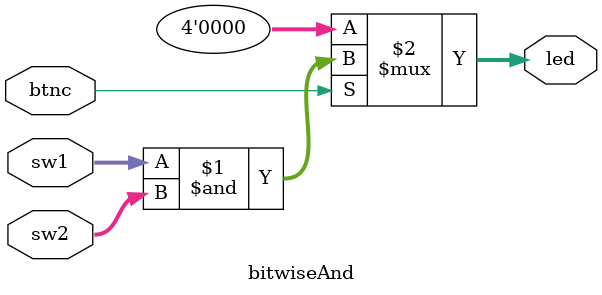
<source format=sv>

module bitwiseAnd(
    input logic [3:0] sw1, sw2,
    input logic btnc,
    output logic [3:0] led
    );

    assign led = btnc ? sw1 & sw2 : 4'h0;

endmodule

</source>
